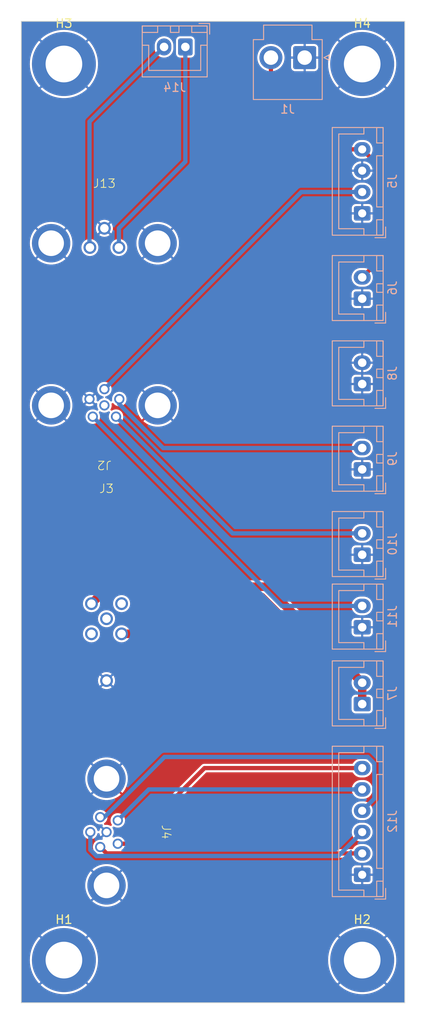
<source format=kicad_pcb>
(kicad_pcb (version 20221018) (generator pcbnew)
  (layers (0 "F.Cu" signal) (31 "B.Cu" signal) (34 "B.Paste" user) (35 "F.Paste" user) (36 "B.SilkS" user "B.Silkscreen") (37 "F.SilkS" user "F.Silkscreen") (38 "B.Mask" user) (39 "F.Mask" user) (44 "Edge.Cuts" user))
  (net 0 "")
  (net 2 "VCC")
  (net 3 "Earth_Protective")
  (net 4 "IMD_ERROR")
  (net 5 "BMS_ERROR")
  (net 6 "DCDC")
  (net 7 "DC")
  (net 8 "TSMS")
  (net 12 "+5V")
  (net 13 "Net-(J12-Pin_5)")
  (net 14 "Net-(J12-Pin_4)")
  (net 15 "Net-(J12-Pin_3)")
  (net 16 "Net-(J12-Pin_2)")
  (net 17 "CANL")
  (net 18 "CANH")
  (footprint "MountingHole:MountingHole_4.3mm_M4_DIN965_Pad_TopBottom" (layer "F.Cu") (at 90 170)
    (fp_text reference "H2" (at 0 -4.75) (layer "F.SilkS"))
    (fp_text value "MountingHole_Pad")
    (pad "1" thru_hole circle (at 0 0) (size 4.7 4.7) (drill 4.3) (layers "*.Cu" "*.Mask") (net 3 "Earth_Protective"))
    (pad "1" connect circle (at 0 0) (size 7.5 7.5) (layers "F.Cu" "F.Mask") (net 3 "Earth_Protective"))
    (pad "1" connect circle (at 0 0) (size 7.5 7.5) (layers "B.Cu" "B.Mask") (net 3 "Earth_Protective"))
  )
  (footprint "Personal:M8 5-6P w Ground" (layer "F.Cu") (at 59.75 105 180)
    (fp_text reference "J2" (at 0 -7 180 unlocked) (layer "F.SilkS") (effects (font (thickness 0.1))))
    (fp_text value "HV_Box")
    (pad "1" thru_hole circle (at 1.365 -1.32 180) (size 1.2 1.2) (drill 0.8) (layers "*.Cu" "*.Mask") (net 5 "BMS_ERROR"))
    (pad "2" thru_hole circle (at -1.365 -1.32 180) (size 1.2 1.2) (drill 0.8) (layers "*.Cu" "*.Mask") (net 7 "DC"))
    (pad "3" thru_hole circle (at -1.75 0.74 180) (size 1.2 1.2) (drill 0.8) (layers "*.Cu" "*.Mask") (net 6 "DCDC"))
    (pad "4" thru_hole circle (at 0 1.9 180) (size 1.2 1.2) (drill 0.8) (layers "*.Cu" "*.Mask") (net 4 "IMD_ERROR"))
    (pad "5" thru_hole circle (at 1.75 0.74 180) (size 1.2 1.2) (drill 0.8) (layers "*.Cu" "*.Mask") (net 3 "Earth_Protective"))
    (pad "6" thru_hole circle (at 0 0 180) (size 1.2 1.2) (drill 0.8) (layers "*.Cu" "*.Mask"))
    (pad "7" thru_hole circle (at -6.25 0 180) (size 4.5 4.5) (drill 3) (layers "*.Cu" "*.Mask") (net 3 "Earth_Protective"))
    (pad "7" thru_hole circle (at 6.25 0 180) (size 4.5 4.5) (drill 3) (layers "*.Cu" "*.Mask") (net 3 "Earth_Protective"))
  )
  (footprint "Personal:M8 5-6P w Ground" (layer "F.Cu") (at 60 155 -90)
    (fp_text reference "J4" (at 0 -7 -90 unlocked) (layer "F.SilkS") (effects (font (thickness 0.1))))
    (fp_text value "RS422")
    (pad "1" thru_hole circle (at 1.365 -1.32 270) (size 1.2 1.2) (drill 0.8) (layers "*.Cu" "*.Mask") (net 12 "+5V"))
    (pad "2" thru_hole circle (at -1.365 -1.32 270) (size 1.2 1.2) (drill 0.8) (layers "*.Cu" "*.Mask") (net 13 "Net-(J12-Pin_5)"))
    (pad "3" thru_hole circle (at -1.75 0.74 270) (size 1.2 1.2) (drill 0.8) (layers "*.Cu" "*.Mask") (net 14 "Net-(J12-Pin_4)"))
    (pad "4" thru_hole circle (at 0 1.9 270) (size 1.2 1.2) (drill 0.8) (layers "*.Cu" "*.Mask") (net 15 "Net-(J12-Pin_3)"))
    (pad "5" thru_hole circle (at 1.75 0.74 270) (size 1.2 1.2) (drill 0.8) (layers "*.Cu" "*.Mask") (net 16 "Net-(J12-Pin_2)"))
    (pad "6" thru_hole circle (at 0 0 270) (size 1.2 1.2) (drill 0.8) (layers "*.Cu" "*.Mask") (net 3 "Earth_Protective"))
    (pad "7" thru_hole circle (at -6.25 0 270) (size 4.5 4.5) (drill 3) (layers "*.Cu" "*.Mask") (net 3 "Earth_Protective"))
    (pad "7" thru_hole circle (at 6.25 0 270) (size 4.5 4.5) (drill 3) (layers "*.Cu" "*.Mask") (net 3 "Earth_Protective"))
  )
  (footprint "MountingHole:MountingHole_4.3mm_M4_DIN965_Pad_TopBottom" (layer "F.Cu") (at 90 65)
    (fp_text reference "H4" (at 0 -4.75) (layer "F.SilkS"))
    (fp_text value "MountingHole_Pad")
    (pad "1" thru_hole circle (at 0 0) (size 4.7 4.7) (drill 4.3) (layers "*.Cu" "*.Mask") (net 3 "Earth_Protective"))
    (pad "1" connect circle (at 0 0) (size 7.5 7.5) (layers "F.Cu" "F.Mask") (net 3 "Earth_Protective"))
    (pad "1" connect circle (at 0 0) (size 7.5 7.5) (layers "B.Cu" "B.Mask") (net 3 "Earth_Protective"))
  )
  (footprint "Personal:M12 2-5P w Ground" (layer "F.Cu") (at 60 130)
    (fp_text reference "J3" (at 0 -15.24 unlocked) (layer "F.SilkS") (effects (font (thickness 0.1))))
    (fp_text value "TSMS")
    (pad "1" thru_hole circle (at -1.7678 -1.7678) (size 1.5 1.5) (drill 1) (layers "*.Cu" "*.Mask") (net 8 "TSMS"))
    (pad "2" thru_hole circle (at 1.7678 -1.7678) (size 1.5 1.5) (drill 1) (layers "*.Cu" "*.Mask"))
    (pad "3" thru_hole circle (at 1.7678 1.7678) (size 1.5 1.5) (drill 1) (layers "*.Cu" "*.Mask") (net 8 "TSMS"))
    (pad "4" thru_hole circle (at -1.7678 1.7678) (size 1.5 1.5) (drill 1) (layers "*.Cu" "*.Mask"))
    (pad "5" thru_hole circle (at 0 0) (size 1.5 1.5) (drill 1) (layers "*.Cu" "*.Mask"))
    (pad "6" thru_hole circle (at 0 7.25) (size 1.5 1.5) (drill 1) (layers "*.Cu" "*.Mask") (net 3 "Earth_Protective"))
  )
  (footprint "MountingHole:MountingHole_4.3mm_M4_DIN965_Pad_TopBottom" (layer "F.Cu") (at 55 170)
    (fp_text reference "H1" (at 0 -4.75) (layer "F.SilkS"))
    (fp_text value "MountingHole_Pad")
    (pad "1" thru_hole circle (at 0 0) (size 4.7 4.7) (drill 4.3) (layers "*.Cu" "*.Mask") (net 3 "Earth_Protective"))
    (pad "1" connect circle (at 0 0) (size 7.5 7.5) (layers "F.Cu" "F.Mask") (net 3 "Earth_Protective"))
    (pad "1" connect circle (at 0 0) (size 7.5 7.5) (layers "B.Cu" "B.Mask") (net 3 "Earth_Protective"))
  )
  (footprint "Personal:M8 3P w Ground" (layer "F.Cu") (at 59.75 86)
    (fp_text reference "J13" (at 0 -7 unlocked) (layer "F.SilkS") (effects (font (thickness 0.1))))
    (fp_text value "CAN")
    (pad "1" thru_hole circle (at -1.7 0.5) (size 1.5 1.5) (drill 1) (layers "*.Cu" "*.Mask") (net 17 "CANL"))
    (pad "2" thru_hole circle (at 0 -1.75) (size 1.5 1.5) (drill 1) (layers "*.Cu" "*.Mask") (net 3 "Earth_Protective"))
    (pad "3" thru_hole circle (at 1.7 0.5) (size 1.5 1.5) (drill 1) (layers "*.Cu" "*.Mask") (net 18 "CANH"))
    (pad "4" thru_hole circle (at -6.25 0) (size 4.5 4.5) (drill 3) (layers "*.Cu" "*.Mask") (net 3 "Earth_Protective"))
    (pad "4" thru_hole circle (at 6.25 0) (size 4.5 4.5) (drill 3) (layers "*.Cu" "*.Mask") (net 3 "Earth_Protective"))
  )
  (footprint "MountingHole:MountingHole_4.3mm_M4_DIN965_Pad_TopBottom" (layer "F.Cu") (at 55 65)
    (fp_text reference "H3" (at 0 -4.75) (layer "F.SilkS"))
    (fp_text value "MountingHole_Pad")
    (pad "1" thru_hole circle (at 0 0) (size 4.7 4.7) (drill 4.3) (layers "*.Cu" "*.Mask") (net 3 "Earth_Protective"))
    (pad "1" connect circle (at 0 0) (size 7.5 7.5) (layers "F.Cu" "F.Mask") (net 3 "Earth_Protective"))
    (pad "1" connect circle (at 0 0) (size 7.5 7.5) (layers "B.Cu" "B.Mask") (net 3 "Earth_Protective"))
  )
  (footprint "Connector_JST:JST_XH_B4B-XH-A_1x04_P2.50mm_Vertical" (layer "B.Cu") (at 90 82.5 90)
    (fp_text reference "J5" (at 3.75 3.55 90) (layer "B.SilkS") (effects (justify mirror)))
    (fp_text value "IMD")
    (fp_line (start -2.85 2.75) (end -2.85 1.5) (stroke (width 0.12)) (layer "B.SilkS"))
    (fp_line (start -2.56 -3.51) (end 10.06 -3.51) (stroke (width 0.12)) (layer "B.SilkS"))
    (fp_line (start -2.56 2.46) (end -2.56 -3.51) (stroke (width 0.12)) (layer "B.SilkS"))
    (fp_line (start -2.55 0.2) (end -1.8 0.2) (stroke (width 0.12)) (layer "B.SilkS"))
    (fp_line (start -2.55 1.7) (end -0.75 1.7) (stroke (width 0.12)) (layer "B.SilkS"))
    (fp_line (start -2.55 2.45) (end -2.55 1.7) (stroke (width 0.12)) (layer "B.SilkS"))
    (fp_line (start -1.8 -2.75) (end 3.75 -2.75) (stroke (width 0.12)) (layer "B.SilkS"))
    (fp_line (start -1.8 0.2) (end -1.8 -2.75) (stroke (width 0.12)) (layer "B.SilkS"))
    (fp_line (start -1.6 2.75) (end -2.85 2.75) (stroke (width 0.12)) (layer "B.SilkS"))
    (fp_line (start -0.75 1.7) (end -0.75 2.45) (stroke (width 0.12)) (layer "B.SilkS"))
    (fp_line (start -0.75 2.45) (end -2.55 2.45) (stroke (width 0.12)) (layer "B.SilkS"))
    (fp_line (start 0.75 1.7) (end 6.75 1.7) (stroke (width 0.12)) (layer "B.SilkS"))
    (fp_line (start 0.75 2.45) (end 0.75 1.7) (stroke (width 0.12)) (layer "B.SilkS"))
    (fp_line (start 6.75 1.7) (end 6.75 2.45) (stroke (width 0.12)) (layer "B.SilkS"))
    (fp_line (start 6.75 2.45) (end 0.75 2.45) (stroke (width 0.12)) (layer "B.SilkS"))
    (fp_line (start 8.25 1.7) (end 10.05 1.7) (stroke (width 0.12)) (layer "B.SilkS"))
    (fp_line (start 8.25 2.45) (end 8.25 1.7) (stroke (width 0.12)) (layer "B.SilkS"))
    (fp_line (start 9.3 -2.75) (end 3.75 -2.75) (stroke (width 0.12)) (layer "B.SilkS"))
    (fp_line (start 9.3 0.2) (end 9.3 -2.75) (stroke (width 0.12)) (layer "B.SilkS"))
    (fp_line (start 10.05 0.2) (end 9.3 0.2) (stroke (width 0.12)) (layer "B.SilkS"))
    (fp_line (start 10.05 1.7) (end 10.05 2.45) (stroke (width 0.12)) (layer "B.SilkS"))
    (fp_line (start 10.05 2.45) (end 8.25 2.45) (stroke (width 0.12)) (layer "B.SilkS"))
    (fp_line (start 10.06 -3.51) (end 10.06 2.46) (stroke (width 0.12)) (layer "B.SilkS"))
    (fp_line (start 10.06 2.46) (end -2.56 2.46) (stroke (width 0.12)) (layer "B.SilkS"))
    (pad "1" thru_hole roundrect (at 0 0 90) (size 1.7 1.95) (drill 0.95) (layers "*.Cu" "*.Mask") (roundrect_rratio 0.1470588235) (net 3 "Earth_Protective"))
    (pad "2" thru_hole oval (at 2.5 0 90) (size 1.7 1.95) (drill 0.95) (layers "*.Cu" "*.Mask") (net 4 "IMD_ERROR"))
    (pad "3" thru_hole oval (at 5 0 90) (size 1.7 1.95) (drill 0.95) (layers "*.Cu" "*.Mask") (net 3 "Earth_Protective"))
    (pad "4" thru_hole oval (at 7.5 0 90) (size 1.7 1.95) (drill 0.95) (layers "*.Cu" "*.Mask") (net 2 "VCC"))
  )
  (footprint "Connector_JST:JST_XH_B2B-XH-A_1x02_P2.50mm_Vertical" (layer "B.Cu") (at 90 102.5 90)
    (fp_text reference "J8" (at 1.25 3.55 90) (layer "B.SilkS") (effects (justify mirror)))
    (fp_text value "PC_GND")
    (fp_line (start -2.85 2.75) (end -2.85 1.5) (stroke (width 0.12)) (layer "B.SilkS"))
    (fp_line (start -2.56 -3.51) (end 5.06 -3.51) (stroke (width 0.12)) (layer "B.SilkS"))
    (fp_line (start -2.56 2.46) (end -2.56 -3.51) (stroke (width 0.12)) (layer "B.SilkS"))
    (fp_line (start -2.55 0.2) (end -1.8 0.2) (stroke (width 0.12)) (layer "B.SilkS"))
    (fp_line (start -2.55 1.7) (end -0.75 1.7) (stroke (width 0.12)) (layer "B.SilkS"))
    (fp_line (start -2.55 2.45) (end -2.55 1.7) (stroke (width 0.12)) (layer "B.SilkS"))
    (fp_line (start -1.8 -2.75) (end 1.25 -2.75) (stroke (width 0.12)) (layer "B.SilkS"))
    (fp_line (start -1.8 0.2) (end -1.8 -2.75) (stroke (width 0.12)) (layer "B.SilkS"))
    (fp_line (start -1.6 2.75) (end -2.85 2.75) (stroke (width 0.12)) (layer "B.SilkS"))
    (fp_line (start -0.75 1.7) (end -0.75 2.45) (stroke (width 0.12)) (layer "B.SilkS"))
    (fp_line (start -0.75 2.45) (end -2.55 2.45) (stroke (width 0.12)) (layer "B.SilkS"))
    (fp_line (start 0.75 1.7) (end 1.75 1.7) (stroke (width 0.12)) (layer "B.SilkS"))
    (fp_line (start 0.75 2.45) (end 0.75 1.7) (stroke (width 0.12)) (layer "B.SilkS"))
    (fp_line (start 1.75 1.7) (end 1.75 2.45) (stroke (width 0.12)) (layer "B.SilkS"))
    (fp_line (start 1.75 2.45) (end 0.75 2.45) (stroke (width 0.12)) (layer "B.SilkS"))
    (fp_line (start 3.25 1.7) (end 5.05 1.7) (stroke (width 0.12)) (layer "B.SilkS"))
    (fp_line (start 3.25 2.45) (end 3.25 1.7) (stroke (width 0.12)) (layer "B.SilkS"))
    (fp_line (start 4.3 -2.75) (end 1.25 -2.75) (stroke (width 0.12)) (layer "B.SilkS"))
    (fp_line (start 4.3 0.2) (end 4.3 -2.75) (stroke (width 0.12)) (layer "B.SilkS"))
    (fp_line (start 5.05 0.2) (end 4.3 0.2) (stroke (width 0.12)) (layer "B.SilkS"))
    (fp_line (start 5.05 1.7) (end 5.05 2.45) (stroke (width 0.12)) (layer "B.SilkS"))
    (fp_line (start 5.05 2.45) (end 3.25 2.45) (stroke (width 0.12)) (layer "B.SilkS"))
    (fp_line (start 5.06 -3.51) (end 5.06 2.46) (stroke (width 0.12)) (layer "B.SilkS"))
    (fp_line (start 5.06 2.46) (end -2.56 2.46) (stroke (width 0.12)) (layer "B.SilkS"))
    (pad "1" thru_hole roundrect (at 0 0 90) (size 1.7 2) (drill 1) (layers "*.Cu" "*.Mask") (roundrect_rratio 0.1470588235) (net 3 "Earth_Protective"))
    (pad "2" thru_hole oval (at 2.5 0 90) (size 1.7 2) (drill 1) (layers "*.Cu" "*.Mask") (net 3 "Earth_Protective"))
  )
  (footprint "Connector_JST:JST_VH_B2P-VH-B_1x02_P3.96mm_Vertical" (layer "B.Cu") (at 83.25 64.25 180)
    (fp_text reference "J1" (at 2.0075 -6.05) (layer "B.SilkS") (effects (justify mirror)))
    (fp_text value "Conn_01x02")
    (fp_line (start -2.86 -0.3) (end -2.86 0.3) (stroke (width 0.12)) (layer "B.SilkS"))
    (fp_line (start -2.86 0.3) (end -2.26 0) (stroke (width 0.12)) (layer "B.SilkS"))
    (fp_line (start -2.26 0) (end -2.86 -0.3) (stroke (width 0.12)) (layer "B.SilkS"))
    (fp_line (start -2.06 -4.91) (end -2.06 2.11) (stroke (width 0.12)) (layer "B.SilkS"))
    (fp_line (start -2.06 2.11) (end -0.86 2.11) (stroke (width 0.12)) (layer "B.SilkS"))
    (fp_line (start -0.86 2.11) (end -0.86 3.81) (stroke (width 0.12)) (layer "B.SilkS"))
    (fp_line (start -0.86 3.81) (end 4.82 3.81) (stroke (width 0.12)) (layer "B.SilkS"))
    (fp_line (start 4.82 2.11) (end 6.02 2.11) (stroke (width 0.12)) (layer "B.SilkS"))
    (fp_line (start 4.82 3.81) (end 4.82 2.11) (stroke (width 0.12)) (layer "B.SilkS"))
    (fp_line (start 6.02 -4.91) (end -2.06 -4.91) (stroke (width 0.12)) (layer "B.SilkS"))
    (fp_line (start 6.02 2.11) (end 6.02 -4.91) (stroke (width 0.12)) (layer "B.SilkS"))
    (pad "1" thru_hole roundrect (at 0 0 180) (size 2.7 2.7) (drill 1.7) (layers "*.Cu" "*.Mask") (roundrect_rratio 0.09259296296) (net 3 "Earth_Protective"))
    (pad "2" thru_hole circle (at 3.96 0 180) (size 2.7 2.7) (drill 1.7) (layers "*.Cu" "*.Mask") (net 2 "VCC"))
  )
  (footprint "Connector_JST:JST_XH_B2B-XH-A_1x02_P2.50mm_Vertical" (layer "B.Cu") (at 90 112.5 90)
    (fp_text reference "J9" (at 1.25 3.55 90) (layer "B.SilkS") (effects (justify mirror)))
    (fp_text value "PC_DCDC")
    (fp_line (start -2.85 2.75) (end -2.85 1.5) (stroke (width 0.12)) (layer "B.SilkS"))
    (fp_line (start -2.56 -3.51) (end 5.06 -3.51) (stroke (width 0.12)) (layer "B.SilkS"))
    (fp_line (start -2.56 2.46) (end -2.56 -3.51) (stroke (width 0.12)) (layer "B.SilkS"))
    (fp_line (start -2.55 0.2) (end -1.8 0.2) (stroke (width 0.12)) (layer "B.SilkS"))
    (fp_line (start -2.55 1.7) (end -0.75 1.7) (stroke (width 0.12)) (layer "B.SilkS"))
    (fp_line (start -2.55 2.45) (end -2.55 1.7) (stroke (width 0.12)) (layer "B.SilkS"))
    (fp_line (start -1.8 -2.75) (end 1.25 -2.75) (stroke (width 0.12)) (layer "B.SilkS"))
    (fp_line (start -1.8 0.2) (end -1.8 -2.75) (stroke (width 0.12)) (layer "B.SilkS"))
    (fp_line (start -1.6 2.75) (end -2.85 2.75) (stroke (width 0.12)) (layer "B.SilkS"))
    (fp_line (start -0.75 1.7) (end -0.75 2.45) (stroke (width 0.12)) (layer "B.SilkS"))
    (fp_line (start -0.75 2.45) (end -2.55 2.45) (stroke (width 0.12)) (layer "B.SilkS"))
    (fp_line (start 0.75 1.7) (end 1.75 1.7) (stroke (width 0.12)) (layer "B.SilkS"))
    (fp_line (start 0.75 2.45) (end 0.75 1.7) (stroke (width 0.12)) (layer "B.SilkS"))
    (fp_line (start 1.75 1.7) (end 1.75 2.45) (stroke (width 0.12)) (layer "B.SilkS"))
    (fp_line (start 1.75 2.45) (end 0.75 2.45) (stroke (width 0.12)) (layer "B.SilkS"))
    (fp_line (start 3.25 1.7) (end 5.05 1.7) (stroke (width 0.12)) (layer "B.SilkS"))
    (fp_line (start 3.25 2.45) (end 3.25 1.7) (stroke (width 0.12)) (layer "B.SilkS"))
    (fp_line (start 4.3 -2.75) (end 1.25 -2.75) (stroke (width 0.12)) (layer "B.SilkS"))
    (fp_line (start 4.3 0.2) (end 4.3 -2.75) (stroke (width 0.12)) (layer "B.SilkS"))
    (fp_line (start 5.05 0.2) (end 4.3 0.2) (stroke (width 0.12)) (layer "B.SilkS"))
    (fp_line (start 5.05 1.7) (end 5.05 2.45) (stroke (width 0.12)) (layer "B.SilkS"))
    (fp_line (start 5.05 2.45) (end 3.25 2.45) (stroke (width 0.12)) (layer "B.SilkS"))
    (fp_line (start 5.06 -3.51) (end 5.06 2.46) (stroke (width 0.12)) (layer "B.SilkS"))
    (fp_line (start 5.06 2.46) (end -2.56 2.46) (stroke (width 0.12)) (layer "B.SilkS"))
    (pad "1" thru_hole roundrect (at 0 0 90) (size 1.7 2) (drill 1) (layers "*.Cu" "*.Mask") (roundrect_rratio 0.1470588235) (net 3 "Earth_Protective"))
    (pad "2" thru_hole oval (at 2.5 0 90) (size 1.7 2) (drill 1) (layers "*.Cu" "*.Mask") (net 6 "DCDC"))
  )
  (footprint "Connector_JST:JST_XH_B2B-XH-A_1x02_P2.50mm_Vertical" (layer "B.Cu") (at 90 131 90)
    (fp_text reference "J11" (at 1.25 3.55 90) (layer "B.SilkS") (effects (justify mirror)))
    (fp_text value "BMS_ERR")
    (fp_line (start -2.85 2.75) (end -2.85 1.5) (stroke (width 0.12)) (layer "B.SilkS"))
    (fp_line (start -2.56 -3.51) (end 5.06 -3.51) (stroke (width 0.12)) (layer "B.SilkS"))
    (fp_line (start -2.56 2.46) (end -2.56 -3.51) (stroke (width 0.12)) (layer "B.SilkS"))
    (fp_line (start -2.55 0.2) (end -1.8 0.2) (stroke (width 0.12)) (layer "B.SilkS"))
    (fp_line (start -2.55 1.7) (end -0.75 1.7) (stroke (width 0.12)) (layer "B.SilkS"))
    (fp_line (start -2.55 2.45) (end -2.55 1.7) (stroke (width 0.12)) (layer "B.SilkS"))
    (fp_line (start -1.8 -2.75) (end 1.25 -2.75) (stroke (width 0.12)) (layer "B.SilkS"))
    (fp_line (start -1.8 0.2) (end -1.8 -2.75) (stroke (width 0.12)) (layer "B.SilkS"))
    (fp_line (start -1.6 2.75) (end -2.85 2.75) (stroke (width 0.12)) (layer "B.SilkS"))
    (fp_line (start -0.75 1.7) (end -0.75 2.45) (stroke (width 0.12)) (layer "B.SilkS"))
    (fp_line (start -0.75 2.45) (end -2.55 2.45) (stroke (width 0.12)) (layer "B.SilkS"))
    (fp_line (start 0.75 1.7) (end 1.75 1.7) (stroke (width 0.12)) (layer "B.SilkS"))
    (fp_line (start 0.75 2.45) (end 0.75 1.7) (stroke (width 0.12)) (layer "B.SilkS"))
    (fp_line (start 1.75 1.7) (end 1.75 2.45) (stroke (width 0.12)) (layer "B.SilkS"))
    (fp_line (start 1.75 2.45) (end 0.75 2.45) (stroke (width 0.12)) (layer "B.SilkS"))
    (fp_line (start 3.25 1.7) (end 5.05 1.7) (stroke (width 0.12)) (layer "B.SilkS"))
    (fp_line (start 3.25 2.45) (end 3.25 1.7) (stroke (width 0.12)) (layer "B.SilkS"))
    (fp_line (start 4.3 -2.75) (end 1.25 -2.75) (stroke (width 0.12)) (layer "B.SilkS"))
    (fp_line (start 4.3 0.2) (end 4.3 -2.75) (stroke (width 0.12)) (layer "B.SilkS"))
    (fp_line (start 5.05 0.2) (end 4.3 0.2) (stroke (width 0.12)) (layer "B.SilkS"))
    (fp_line (start 5.05 1.7) (end 5.05 2.45) (stroke (width 0.12)) (layer "B.SilkS"))
    (fp_line (start 5.05 2.45) (end 3.25 2.45) (stroke (width 0.12)) (layer "B.SilkS"))
    (fp_line (start 5.06 -3.51) (end 5.06 2.46) (stroke (width 0.12)) (layer "B.SilkS"))
    (fp_line (start 5.06 2.46) (end -2.56 2.46) (stroke (width 0.12)) (layer "B.SilkS"))
    (pad "1" thru_hole roundrect (at 0 0 90) (size 1.7 2) (drill 1) (layers "*.Cu" "*.Mask") (roundrect_rratio 0.1470588235) (net 3 "Earth_Protective"))
    (pad "2" thru_hole oval (at 2.5 0 90) (size 1.7 2) (drill 1) (layers "*.Cu" "*.Mask") (net 5 "BMS_ERROR"))
  )
  (footprint "Connector_JST:JST_XH_B2B-XH-A_1x02_P2.50mm_Vertical" (layer "B.Cu") (at 90 122.5 90)
    (fp_text reference "J10" (at 1.25 3.55 90) (layer "B.SilkS") (effects (justify mirror)))
    (fp_text value "PC_DC")
    (fp_line (start -2.85 2.75) (end -2.85 1.5) (stroke (width 0.12)) (layer "B.SilkS"))
    (fp_line (start -2.56 -3.51) (end 5.06 -3.51) (stroke (width 0.12)) (layer "B.SilkS"))
    (fp_line (start -2.56 2.46) (end -2.56 -3.51) (stroke (width 0.12)) (layer "B.SilkS"))
    (fp_line (start -2.55 0.2) (end -1.8 0.2) (stroke (width 0.12)) (layer "B.SilkS"))
    (fp_line (start -2.55 1.7) (end -0.75 1.7) (stroke (width 0.12)) (layer "B.SilkS"))
    (fp_line (start -2.55 2.45) (end -2.55 1.7) (stroke (width 0.12)) (layer "B.SilkS"))
    (fp_line (start -1.8 -2.75) (end 1.25 -2.75) (stroke (width 0.12)) (layer "B.SilkS"))
    (fp_line (start -1.8 0.2) (end -1.8 -2.75) (stroke (width 0.12)) (layer "B.SilkS"))
    (fp_line (start -1.6 2.75) (end -2.85 2.75) (stroke (width 0.12)) (layer "B.SilkS"))
    (fp_line (start -0.75 1.7) (end -0.75 2.45) (stroke (width 0.12)) (layer "B.SilkS"))
    (fp_line (start -0.75 2.45) (end -2.55 2.45) (stroke (width 0.12)) (layer "B.SilkS"))
    (fp_line (start 0.75 1.7) (end 1.75 1.7) (stroke (width 0.12)) (layer "B.SilkS"))
    (fp_line (start 0.75 2.45) (end 0.75 1.7) (stroke (width 0.12)) (layer "B.SilkS"))
    (fp_line (start 1.75 1.7) (end 1.75 2.45) (stroke (width 0.12)) (layer "B.SilkS"))
    (fp_line (start 1.75 2.45) (end 0.75 2.45) (stroke (width 0.12)) (layer "B.SilkS"))
    (fp_line (start 3.25 1.7) (end 5.05 1.7) (stroke (width 0.12)) (layer "B.SilkS"))
    (fp_line (start 3.25 2.45) (end 3.25 1.7) (stroke (width 0.12)) (layer "B.SilkS"))
    (fp_line (start 4.3 -2.75) (end 1.25 -2.75) (stroke (width 0.12)) (layer "B.SilkS"))
    (fp_line (start 4.3 0.2) (end 4.3 -2.75) (stroke (width 0.12)) (layer "B.SilkS"))
    (fp_line (start 5.05 0.2) (end 4.3 0.2) (stroke (width 0.12)) (layer "B.SilkS"))
    (fp_line (start 5.05 1.7) (end 5.05 2.45) (stroke (width 0.12)) (layer "B.SilkS"))
    (fp_line (start 5.05 2.45) (end 3.25 2.45) (stroke (width 0.12)) (layer "B.SilkS"))
    (fp_line (start 5.06 -3.51) (end 5.06 2.46) (stroke (width 0.12)) (layer "B.SilkS"))
    (fp_line (start 5.06 2.46) (end -2.56 2.46) (stroke (width 0.12)) (layer "B.SilkS"))
    (pad "1" thru_hole roundrect (at 0 0 90) (size 1.7 2) (drill 1) (layers "*.Cu" "*.Mask") (roundrect_rratio 0.1470588235) (net 3 "Earth_Protective"))
    (pad "2" thru_hole oval (at 2.5 0 90) (size 1.7 2) (drill 1) (layers "*.Cu" "*.Mask") (net 7 "DC"))
  )
  (footprint "Connector_JST:JST_XH_B2B-XH-A_1x02_P2.50mm_Vertical" (layer "B.Cu") (at 69.25 63 180)
    (fp_text reference "J14" (at 1.25 -4.75) (layer "B.SilkS") (effects (justify mirror)))
    (fp_text value "CAN")
    (fp_line (start -2.85 2.75) (end -2.85 1.5) (stroke (width 0.12)) (layer "B.SilkS"))
    (fp_line (start -2.56 -3.51) (end 5.06 -3.51) (stroke (width 0.12)) (layer "B.SilkS"))
    (fp_line (start -2.56 2.46) (end -2.56 -3.51) (stroke (width 0.12)) (layer "B.SilkS"))
    (fp_line (start -2.55 0.2) (end -1.8 0.2) (stroke (width 0.12)) (layer "B.SilkS"))
    (fp_line (start -2.55 1.7) (end -0.75 1.7) (stroke (width 0.12)) (layer "B.SilkS"))
    (fp_line (start -2.55 2.45) (end -2.55 1.7) (stroke (width 0.12)) (layer "B.SilkS"))
    (fp_line (start -1.8 -2.75) (end 1.25 -2.75) (stroke (width 0.12)) (layer "B.SilkS"))
    (fp_line (start -1.8 0.2) (end -1.8 -2.75) (stroke (width 0.12)) (layer "B.SilkS"))
    (fp_line (start -1.6 2.75) (end -2.85 2.75) (stroke (width 0.12)) (layer "B.SilkS"))
    (fp_line (start -0.75 1.7) (end -0.75 2.45) (stroke (width 0.12)) (layer "B.SilkS"))
    (fp_line (start -0.75 2.45) (end -2.55 2.45) (stroke (width 0.12)) (layer "B.SilkS"))
    (fp_line (start 0.75 1.7) (end 1.75 1.7) (stroke (width 0.12)) (layer "B.SilkS"))
    (fp_line (start 0.75 2.45) (end 0.75 1.7) (stroke (width 0.12)) (layer "B.SilkS"))
    (fp_line (start 1.75 1.7) (end 1.75 2.45) (stroke (width 0.12)) (layer "B.SilkS"))
    (fp_line (start 1.75 2.45) (end 0.75 2.45) (stroke (width 0.12)) (layer "B.SilkS"))
    (fp_line (start 3.25 1.7) (end 5.05 1.7) (stroke (width 0.12)) (layer "B.SilkS"))
    (fp_line (start 3.25 2.45) (end 3.25 1.7) (stroke (width 0.12)) (layer "B.SilkS"))
    (fp_line (start 4.3 -2.75) (end 1.25 -2.75) (stroke (width 0.12)) (layer "B.SilkS"))
    (fp_line (start 4.3 0.2) (end 4.3 -2.75) (stroke (width 0.12)) (layer "B.SilkS"))
    (fp_line (start 5.05 0.2) (end 4.3 0.2) (stroke (width 0.12)) (layer "B.SilkS"))
    (fp_line (start 5.05 1.7) (end 5.05 2.45) (stroke (width 0.12)) (layer "B.SilkS"))
    (fp_line (start 5.05 2.45) (end 3.25 2.45) (stroke (width 0.12)) (layer "B.SilkS"))
    (fp_line (start 5.06 -3.51) (end 5.06 2.46) (stroke (width 0.12)) (layer "B.SilkS"))
    (fp_line (start 5.06 2.46) (end -2.56 2.46) (stroke (width 0.12)) (layer "B.SilkS"))
    (pad "1" thru_hole roundrect (at 0 0 180) (size 1.7 2) (drill 1) (layers "*.Cu" "*.Mask") (roundrect_rratio 0.1470588235) (net 18 "CANH"))
    (pad "2" thru_hole oval (at 2.5 0 180) (size 1.7 2) (drill 1) (layers "*.Cu" "*.Mask") (net 17 "CANL"))
  )
  (footprint "Connector_JST:JST_XH_B2B-XH-A_1x02_P2.50mm_Vertical" (layer "B.Cu") (at 90 92.5 90)
    (fp_text reference "J6" (at 1.25 3.55 90) (layer "B.SilkS") (effects (justify mirror)))
    (fp_text value "BMS_PWR")
    (fp_line (start -2.85 2.75) (end -2.85 1.5) (stroke (width 0.12)) (layer "B.SilkS"))
    (fp_line (start -2.56 -3.51) (end 5.06 -3.51) (stroke (width 0.12)) (layer "B.SilkS"))
    (fp_line (start -2.56 2.46) (end -2.56 -3.51) (stroke (width 0.12)) (layer "B.SilkS"))
    (fp_line (start -2.55 0.2) (end -1.8 0.2) (stroke (width 0.12)) (layer "B.SilkS"))
    (fp_line (start -2.55 1.7) (end -0.75 1.7) (stroke (width 0.12)) (layer "B.SilkS"))
    (fp_line (start -2.55 2.45) (end -2.55 1.7) (stroke (width 0.12)) (layer "B.SilkS"))
    (fp_line (start -1.8 -2.75) (end 1.25 -2.75) (stroke (width 0.12)) (layer "B.SilkS"))
    (fp_line (start -1.8 0.2) (end -1.8 -2.75) (stroke (width 0.12)) (layer "B.SilkS"))
    (fp_line (start -1.6 2.75) (end -2.85 2.75) (stroke (width 0.12)) (layer "B.SilkS"))
    (fp_line (start -0.75 1.7) (end -0.75 2.45) (stroke (width 0.12)) (layer "B.SilkS"))
    (fp_line (start -0.75 2.45) (end -2.55 2.45) (stroke (width 0.12)) (layer "B.SilkS"))
    (fp_line (start 0.75 1.7) (end 1.75 1.7) (stroke (width 0.12)) (layer "B.SilkS"))
    (fp_line (start 0.75 2.45) (end 0.75 1.7) (stroke (width 0.12)) (layer "B.SilkS"))
    (fp_line (start 1.75 1.7) (end 1.75 2.45) (stroke (width 0.12)) (layer "B.SilkS"))
    (fp_line (start 1.75 2.45) (end 0.75 2.45) (stroke (width 0.12)) (layer "B.SilkS"))
    (fp_line (start 3.25 1.7) (end 5.05 1.7) (stroke (width 0.12)) (layer "B.SilkS"))
    (fp_line (start 3.25 2.45) (end 3.25 1.7) (stroke (width 0.12)) (layer "B.SilkS"))
    (fp_line (start 4.3 -2.75) (end 1.25 -2.75) (stroke (width 0.12)) (layer "B.SilkS"))
    (fp_line (start 4.3 0.2) (end 4.3 -2.75) (stroke (width 0.12)) (layer "B.SilkS"))
    (fp_line (start 5.05 0.2) (end 4.3 0.2) (stroke (width 0.12)) (layer "B.SilkS"))
    (fp_line (start 5.05 1.7) (end 5.05 2.45) (stroke (width 0.12)) (layer "B.SilkS"))
    (fp_line (start 5.05 2.45) (end 3.25 2.45) (stroke (width 0.12)) (layer "B.SilkS"))
    (fp_line (start 5.06 -3.51) (end 5.06 2.46) (stroke (width 0.12)) (layer "B.SilkS"))
    (fp_line (start 5.06 2.46) (end -2.56 2.46) (stroke (width 0.12)) (layer "B.SilkS"))
    (pad "1" thru_hole roundrect (at 0 0 90) (size 1.7 2) (drill 1) (layers "*.Cu" "*.Mask") (roundrect_rratio 0.1470588235) (net 3 "Earth_Protective"))
    (pad "2" thru_hole oval (at 2.5 0 90) (size 1.7 2) (drill 1) (layers "*.Cu" "*.Mask") (net 2 "VCC"))
  )
  (footprint "Connector_JST:JST_XH_B2B-XH-A_1x02_P2.50mm_Vertical" (layer "B.Cu") (at 90 140 90)
    (fp_text reference "J7" (at 1.25 3.55 90) (layer "B.SilkS") (effects (justify mirror)))
    (fp_text value "PC_SC")
    (fp_line (start -2.85 2.75) (end -2.85 1.5) (stroke (width 0.12)) (layer "B.SilkS"))
    (fp_line (start -2.56 -3.51) (end 5.06 -3.51) (stroke (width 0.12)) (layer "B.SilkS"))
    (fp_line (start -2.56 2.46) (end -2.56 -3.51) (stroke (width 0.12)) (layer "B.SilkS"))
    (fp_line (start -2.55 0.2) (end -1.8 0.2) (stroke (width 0.12)) (layer "B.SilkS"))
    (fp_line (start -2.55 1.7) (end -0.75 1.7) (stroke (width 0.12)) (layer "B.SilkS"))
    (fp_line (start -2.55 2.45) (end -2.55 1.7) (stroke (width 0.12)) (layer "B.SilkS"))
    (fp_line (start -1.8 -2.75) (end 1.25 -2.75) (stroke (width 0.12)) (layer "B.SilkS"))
    (fp_line (start -1.8 0.2) (end -1.8 -2.75) (stroke (width 0.12)) (layer "B.SilkS"))
    (fp_line (start -1.6 2.75) (end -2.85 2.75) (stroke (width 0.12)) (layer "B.SilkS"))
    (fp_line (start -0.75 1.7) (end -0.75 2.45) (stroke (width 0.12)) (layer "B.SilkS"))
    (fp_line (start -0.75 2.45) (end -2.55 2.45) (stroke (width 0.12)) (layer "B.SilkS"))
    (fp_line (start 0.75 1.7) (end 1.75 1.7) (stroke (width 0.12)) (layer "B.SilkS"))
    (fp_line (start 0.75 2.45) (end 0.75 1.7) (stroke (width 0.12)) (layer "B.SilkS"))
    (fp_line (start 1.75 1.7) (end 1.75 2.45) (stroke (width 0.12)) (layer "B.SilkS"))
    (fp_line (start 1.75 2.45) (end 0.75 2.45) (stroke (width 0.12)) (layer "B.SilkS"))
    (fp_line (start 3.25 1.7) (end 5.05 1.7) (stroke (width 0.12)) (layer "B.SilkS"))
    (fp_line (start 3.25 2.45) (end 3.25 1.7) (stroke (width 0.12)) (layer "B.SilkS"))
    (fp_line (start 4.3 -2.75) (end 1.25 -2.75) (stroke (width 0.12)) (layer "B.SilkS"))
    (fp_line (start 4.3 0.2) (end 4.3 -2.75) (stroke (width 0.12)) (layer "B.SilkS"))
    (fp_line (start 5.05 0.2) (end 4.3 0.2) (stroke (width 0.12)) (layer "B.SilkS"))
    (fp_line (start 5.05 1.7) (end 5.05 2.45) (stroke (width 0.12)) (layer "B.SilkS"))
    (fp_line (start 5.05 2.45) (end 3.25 2.45) (stroke (width 0.12)) (layer "B.SilkS"))
    (fp_line (start 5.06 -3.51) (end 5.06 2.46) (stroke (width 0.12)) (layer "B.SilkS"))
    (fp_line (start 5.06 2.46) (end -2.56 2.46) (stroke (width 0.12)) (layer "B.SilkS"))
    (pad "1" thru_hole roundrect (at 0 0 90) (size 1.7 2) (drill 1) (layers "*.Cu" "*.Mask") (roundrect_rratio 0.1470588235) (net 8 "TSMS"))
    (pad "2" thru_hole oval (at 2.5 0 90) (size 1.7 2) (drill 1) (layers "*.Cu" "*.Mask") (net 8 "TSMS"))
  )
  (footprint "Connector_JST:JST_XH_B6B-XH-A_1x06_P2.50mm_Vertical" (layer "B.Cu") (at 90 160 90)
    (fp_text reference "J12" (at 6.25 3.55 90) (layer "B.SilkS") (effects (justify mirror)))
    (fp_text value "RS422")
    (fp_line (start -2.85 2.75) (end -2.85 1.5) (stroke (width 0.12)) (layer "B.SilkS"))
    (fp_line (start -2.56 -3.51) (end 15.06 -3.51) (stroke (width 0.12)) (layer "B.SilkS"))
    (fp_line (start -2.56 2.46) (end -2.56 -3.51) (stroke (width 0.12)) (layer "B.SilkS"))
    (fp_line (start -2.55 0.2) (end -1.8 0.2) (stroke (width 0.12)) (layer "B.SilkS"))
    (fp_line (start -2.55 1.7) (end -0.75 1.7) (stroke (width 0.12)) (layer "B.SilkS"))
    (fp_line (start -2.55 2.45) (end -2.55 1.7) (stroke (width 0.12)) (layer "B.SilkS"))
    (fp_line (start -1.8 -2.75) (end 6.25 -2.75) (stroke (width 0.12)) (layer "B.SilkS"))
    (fp_line (start -1.8 0.2) (end -1.8 -2.75) (stroke (width 0.12)) (layer "B.SilkS"))
    (fp_line (start -1.6 2.75) (end -2.85 2.75) (stroke (width 0.12)) (layer "B.SilkS"))
    (fp_line (start -0.75 1.7) (end -0.75 2.45) (stroke (width 0.12)) (layer "B.SilkS"))
    (fp_line (start -0.75 2.45) (end -2.55 2.45) (stroke (width 0.12)) (layer "B.SilkS"))
    (fp_line (start 0.75 1.7) (end 11.75 1.7) (stroke (width 0.12)) (layer "B.SilkS"))
    (fp_line (start 0.75 2.45) (end 0.75 1.7) (stroke (width 0.12)) (layer "B.SilkS"))
    (fp_line (start 11.75 1.7) (end 11.75 2.45) (stroke (width 0.12)) (layer "B.SilkS"))
    (fp_line (start 11.75 2.45) (end 0.75 2.45) (stroke (width 0.12)) (layer "B.SilkS"))
    (fp_line (start 13.25 1.7) (end 15.05 1.7) (stroke (width 0.12)) (layer "B.SilkS"))
    (fp_line (start 13.25 2.45) (end 13.25 1.7) (stroke (width 0.12)) (layer "B.SilkS"))
    (fp_line (start 14.3 -2.75) (end 6.25 -2.75) (stroke (width 0.12)) (layer "B.SilkS"))
    (fp_line (start 14.3 0.2) (end 14.3 -2.75) (stroke (width 0.12)) (layer "B.SilkS"))
    (fp_line (start 15.05 0.2) (end 14.3 0.2) (stroke (width 0.12)) (layer "B.SilkS"))
    (fp_line (start 15.05 1.7) (end 15.05 2.45) (stroke (width 0.12)) (layer "B.SilkS"))
    (fp_line (start 15.05 2.45) (end 13.25 2.45) (stroke (width 0.12)) (layer "B.SilkS"))
    (fp_line (start 15.06 -3.51) (end 15.06 2.46) (stroke (width 0.12)) (layer "B.SilkS"))
    (fp_line (start 15.06 2.46) (end -2.56 2.46) (stroke (width 0.12)) (layer "B.SilkS"))
    (pad "1" thru_hole roundrect (at 0 0 90) (size 1.7 1.95) (drill 0.95) (layers "*.Cu" "*.Mask") (roundrect_rratio 0.1470588235) (net 3 "Earth_Protective"))
    (pad "2" thru_hole oval (at 2.5 0 90) (size 1.7 1.95) (drill 0.95) (layers "*.Cu" "*.Mask") (net 16 "Net-(J12-Pin_2)"))
    (pad "3" thru_hole oval (at 5 0 90) (size 1.7 1.95) (drill 0.95) (layers "*.Cu" "*.Mask") (net 15 "Net-(J12-Pin_3)"))
    (pad "4" thru_hole oval (at 7.5 0 90) (size 1.7 1.95) (drill 0.95) (layers "*.Cu" "*.Mask") (net 14 "Net-(J12-Pin_4)"))
    (pad "5" thru_hole oval (at 10 0 90) (size 1.7 1.95) (drill 0.95) (layers "*.Cu" "*.Mask") (net 13 "Net-(J12-Pin_5)"))
    (pad "6" thru_hole oval (at 12.5 0 90) (size 1.7 1.95) (drill 0.95) (layers "*.Cu" "*.Mask") (net 12 "+5V"))
  )
  (gr_rect (start 50 60) (end 95 175) (stroke (width 0.1)) (fill none) (layer "Edge.Cuts"))
  (segment (start 92 88) (end 92 77) (width 0.5) (layer "F.Cu") (net 2))
  (segment (start 90 75) (end 83.8475 75) (width 0.5) (layer "F.Cu") (net 2))
  (segment (start 83.8475 75) (end 79.29 70.4425) (width 0.5) (layer "F.Cu") (net 2))
  (segment (start 90 90) (end 92 88) (width 0.5) (layer "F.Cu") (net 2))
  (segment (start 79.29 70.4425) (end 79.29 64.25) (width 0.5) (layer "F.Cu") (net 2))
  (segment (start 92 77) (end 90 75) (width 0.5) (layer "F.Cu") (net 2))
  (segment (start 82.85 80) (end 90 80) (width 0.5) (layer "B.Cu") (net 4))
  (segment (start 59.75 103.1) (end 82.85 80) (width 0.5) (layer "B.Cu") (net 4))
  (segment (start 58.385 106.32) (end 80.565 128.5) (width 0.5) (layer "B.Cu") (net 5))
  (segment (start 80.565 128.5) (end 90 128.5) (width 0.5) (layer "B.Cu") (net 5))
  (segment (start 61.5 104.86) (end 61.5 104.26) (width 0.5) (layer "B.Cu") (net 6))
  (segment (start 90 110) (end 66.64 110) (width 0.5) (layer "B.Cu") (net 6))
  (segment (start 66.64 110) (end 61.5 104.86) (width 0.5) (layer "B.Cu") (net 6))
  (segment (start 74.795 120) (end 61.115 106.32) (width 0.5) (layer "B.Cu") (net 7))
  (segment (start 90 120) (end 74.795 120) (width 0.5) (layer "B.Cu") (net 7))
  (segment (start 61.7678 131.7678) (end 84.2678 131.7678) (width 1) (layer "F.Cu") (net 8))
  (segment (start 78.75 126.25) (end 90 137.5) (width 1) (layer "F.Cu") (net 8))
  (segment (start 60.2144 126.25) (end 78.75 126.25) (width 1) (layer "F.Cu") (net 8))
  (segment (start 84.2678 131.7678) (end 90 137.5) (width 1) (layer "F.Cu") (net 8))
  (segment (start 58.2322 128.2322) (end 60.2144 126.25) (width 1) (layer "F.Cu") (net 8))
  (segment (start 90 140) (end 90 137.5) (width 1) (layer "F.Cu") (net 8))
  (segment (start 62.635 156.365) (end 71.5 147.5) (width 0.5) (layer "F.Cu") (net 12))
  (segment (start 61.32 156.365) (end 62.635 156.365) (width 0.5) (layer "F.Cu") (net 12))
  (segment (start 71.5 147.5) (end 90 147.5) (width 0.5) (layer "F.Cu") (net 12))
  (segment (start 90 150) (end 64.955 150) (width 0.5) (layer "B.Cu") (net 13))
  (segment (start 64.955 150) (end 61.32 153.635) (width 0.5) (layer "B.Cu") (net 13))
  (segment (start 90 152.5) (end 91.423753 151.076247) (width 0.5) (layer "B.Cu") (net 14))
  (segment (start 59.75 153.25) (end 59.26 153.25) (width 0.5) (layer "B.Cu") (net 14))
  (segment (start 66.8 146.2) (end 59.75 153.25) (width 0.5) (layer "B.Cu") (net 14))
  (segment (start 90.663037 146.2) (end 66.8 146.2) (width 0.5) (layer "B.Cu") (net 14))
  (segment (start 91.423753 146.960716) (end 90.663037 146.2) (width 0.5) (layer "B.Cu") (net 14))
  (segment (start 91.423753 151.076247) (end 91.423753 146.960716) (width 0.5) (layer "B.Cu") (net 14))
  (segment (start 90 155) (end 87.2 157.8) (width 0.5) (layer "B.Cu") (net 15))
  (segment (start 58.1 157.074924) (end 58.1 155) (width 0.5) (layer "B.Cu") (net 15))
  (segment (start 87.2 157.8) (end 58.825076 157.8) (width 0.5) (layer "B.Cu") (net 15))
  (segment (start 58.825076 157.8) (end 58.1 157.074924) (width 0.5) (layer "B.Cu") (net 15))
  (segment (start 60.01 157.5) (end 59.26 156.75) (width 0.5) (layer "F.Cu") (net 16))
  (segment (start 90 157.5) (end 60.01 157.5) (width 0.5) (layer "F.Cu") (net 16))
  (segment (start 58.05 86.5) (end 58 86.45) (width 0.5) (layer "B.Cu") (net 17))
  (segment (start 58 86.45) (end 58 71.75) (width 0.5) (layer "B.Cu") (net 17))
  (segment (start 58 71.75) (end 66.75 63) (width 0.5) (layer "B.Cu") (net 17))
  (segment (start 69.25 63) (end 69.25 76.440388) (width 0.5) (layer "B.Cu") (net 18))
  (segment (start 69.25 76.440388) (end 61.45 84.240388) (width 0.5) (layer "B.Cu") (net 18))
  (segment (start 61.45 84.240388) (end 61.45 86.5) (width 0.5) (layer "B.Cu") (net 18))
  (zone (net 3) (net_name "Earth_Protective") (layers "F&B.Cu") (connect_pads (clearance 0.25)) (min_thickness 0.25) (fill yes (thermal_gap 0.25) (thermal_bridge_width 0.25))
    (polygon (pts (xy 97.5 57.5) (xy 47.5 57.5) (xy 47.5 177.5) (xy 97.5 177.5)))
  )
)
</source>
